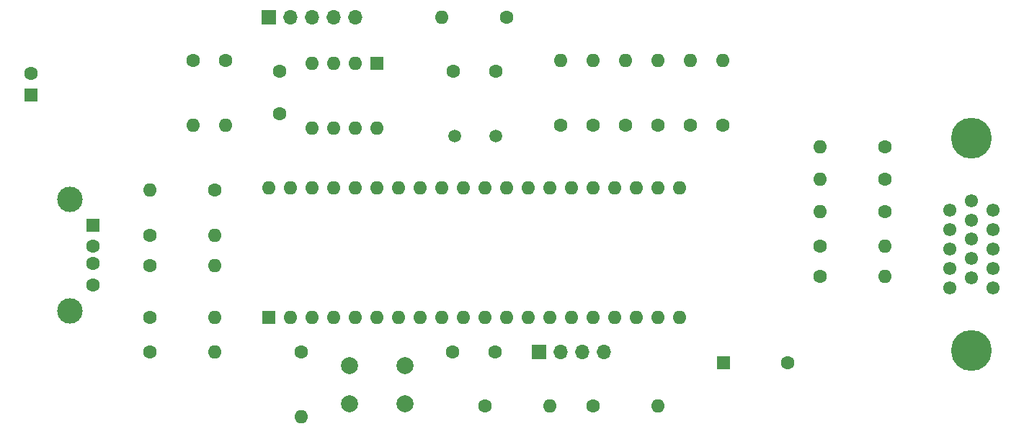
<source format=gbr>
%TF.GenerationSoftware,KiCad,Pcbnew,8.0.2*%
%TF.CreationDate,2025-02-08T14:09:10+01:00*%
%TF.ProjectId,propeller-vga,70726f70-656c-46c6-9572-2d7667612e6b,0*%
%TF.SameCoordinates,Original*%
%TF.FileFunction,Soldermask,Bot*%
%TF.FilePolarity,Negative*%
%FSLAX46Y46*%
G04 Gerber Fmt 4.6, Leading zero omitted, Abs format (unit mm)*
G04 Created by KiCad (PCBNEW 8.0.2) date 2025-02-08 14:09:10*
%MOMM*%
%LPD*%
G01*
G04 APERTURE LIST*
%ADD10C,1.600000*%
%ADD11O,1.600000X1.600000*%
%ADD12R,1.600000X1.600000*%
%ADD13C,1.500000*%
%ADD14R,1.700000X1.700000*%
%ADD15O,1.700000X1.700000*%
%ADD16C,3.000000*%
%ADD17C,2.000000*%
%ADD18C,1.550000*%
%ADD19C,4.800000*%
G04 APERTURE END LIST*
D10*
%TO.C,R10*%
X187960000Y-57150000D03*
D11*
X187960000Y-49530000D03*
%TD*%
D10*
%TO.C,C1*%
X165020000Y-83820000D03*
X160020000Y-83820000D03*
%TD*%
D12*
%TO.C,LS1*%
X191790000Y-85090000D03*
D10*
X199390000Y-85090000D03*
%TD*%
%TO.C,R1*%
X124460000Y-73660000D03*
D11*
X132080000Y-73660000D03*
%TD*%
D10*
%TO.C,R9*%
X191770000Y-57150000D03*
D11*
X191770000Y-49530000D03*
%TD*%
D13*
%TO.C,Y1*%
X165100000Y-58420000D03*
X160220000Y-58420000D03*
%TD*%
D10*
%TO.C,R22*%
X124460000Y-83820000D03*
D11*
X132080000Y-83820000D03*
%TD*%
D10*
%TO.C,R17*%
X210820000Y-59690000D03*
D11*
X203200000Y-59690000D03*
%TD*%
D10*
%TO.C,R12*%
X180340000Y-57150000D03*
D11*
X180340000Y-49530000D03*
%TD*%
D10*
%TO.C,R13*%
X176530000Y-57150000D03*
D11*
X176530000Y-49530000D03*
%TD*%
D10*
%TO.C,R21*%
X124460000Y-79770000D03*
D11*
X132080000Y-79770000D03*
%TD*%
D10*
%TO.C,R2*%
X124460000Y-70090000D03*
D11*
X132080000Y-70090000D03*
%TD*%
D10*
%TO.C,R5*%
X129540000Y-49530000D03*
D11*
X129540000Y-57150000D03*
%TD*%
D10*
%TO.C,C4*%
X139700000Y-55800000D03*
X139700000Y-50800000D03*
%TD*%
D14*
%TO.C,J3*%
X170180000Y-83820000D03*
D15*
X172720000Y-83820000D03*
X175260000Y-83820000D03*
X177800000Y-83820000D03*
%TD*%
D10*
%TO.C,R4*%
X166370000Y-44450000D03*
D11*
X158750000Y-44450000D03*
%TD*%
D10*
%TO.C,R11*%
X184150000Y-57150000D03*
D11*
X184150000Y-49530000D03*
%TD*%
D12*
%TO.C,U2*%
X151120000Y-49818000D03*
D11*
X148580000Y-49818000D03*
X146040000Y-49818000D03*
X143500000Y-49818000D03*
X143500000Y-57438000D03*
X146040000Y-57438000D03*
X148580000Y-57438000D03*
X151120000Y-57438000D03*
%TD*%
D10*
%TO.C,R6*%
X133350000Y-49530000D03*
D11*
X133350000Y-57150000D03*
%TD*%
D10*
%TO.C,R16*%
X210820000Y-63500000D03*
D11*
X203200000Y-63500000D03*
%TD*%
D10*
%TO.C,R19*%
X163830000Y-90170000D03*
D11*
X171450000Y-90170000D03*
%TD*%
D10*
%TO.C,R15*%
X210820000Y-67310000D03*
D11*
X203200000Y-67310000D03*
%TD*%
D10*
%TO.C,R18*%
X176530000Y-90170000D03*
D11*
X184150000Y-90170000D03*
%TD*%
D12*
%TO.C,C3*%
X110490000Y-53540000D03*
D10*
X110490000Y-51040000D03*
%TD*%
D12*
%TO.C,J1*%
X117750000Y-68890000D03*
D10*
X117750000Y-71390000D03*
X117750000Y-73390000D03*
X117750000Y-75890000D03*
D16*
X115040000Y-65820000D03*
X115040000Y-78960000D03*
%TD*%
D14*
%TO.C,J2*%
X138430000Y-44450000D03*
D15*
X140970000Y-44450000D03*
X143510000Y-44450000D03*
X146050000Y-44450000D03*
X148590000Y-44450000D03*
%TD*%
D17*
%TO.C,SW1*%
X154380000Y-89880000D03*
X147880000Y-89880000D03*
X154380000Y-85380000D03*
X147880000Y-85380000D03*
%TD*%
D10*
%TO.C,C2*%
X160060000Y-50800000D03*
X165060000Y-50800000D03*
%TD*%
D18*
%TO.C,J4*%
X218440000Y-67130000D03*
X218440000Y-69410000D03*
X218440000Y-71690000D03*
X218440000Y-73970000D03*
X218440000Y-76250000D03*
X220980000Y-65990000D03*
X220980000Y-68270000D03*
X220980000Y-70550000D03*
X220980000Y-72830000D03*
X220980000Y-75110000D03*
X223520000Y-67130000D03*
X223520000Y-69410000D03*
X223520000Y-71690000D03*
X223520000Y-73970000D03*
X223520000Y-76250000D03*
D19*
X220980000Y-83620000D03*
X220980000Y-58620000D03*
%TD*%
D12*
%TO.C,U1*%
X138435000Y-79756000D03*
D11*
X140975000Y-79756000D03*
X143515000Y-79756000D03*
X146055000Y-79756000D03*
X148595000Y-79756000D03*
X151135000Y-79756000D03*
X153675000Y-79756000D03*
X156215000Y-79756000D03*
X158755000Y-79756000D03*
X161295000Y-79756000D03*
X163835000Y-79756000D03*
X166375000Y-79756000D03*
X168915000Y-79756000D03*
X171455000Y-79756000D03*
X173995000Y-79756000D03*
X176535000Y-79756000D03*
X179075000Y-79756000D03*
X181615000Y-79756000D03*
X184155000Y-79756000D03*
X186695000Y-79756000D03*
X186695000Y-64516000D03*
X184155000Y-64516000D03*
X181615000Y-64516000D03*
X179075000Y-64516000D03*
X176535000Y-64516000D03*
X173995000Y-64516000D03*
X171455000Y-64516000D03*
X168915000Y-64516000D03*
X166375000Y-64516000D03*
X163835000Y-64516000D03*
X161295000Y-64516000D03*
X158755000Y-64516000D03*
X156215000Y-64516000D03*
X153675000Y-64516000D03*
X151135000Y-64516000D03*
X148595000Y-64516000D03*
X146055000Y-64516000D03*
X143515000Y-64516000D03*
X140975000Y-64516000D03*
X138435000Y-64516000D03*
%TD*%
D10*
%TO.C,R7*%
X203200000Y-74930000D03*
D11*
X210820000Y-74930000D03*
%TD*%
D10*
%TO.C,R20*%
X142240000Y-83820000D03*
D11*
X142240000Y-91440000D03*
%TD*%
D10*
%TO.C,R3*%
X132080000Y-64770000D03*
D11*
X124460000Y-64770000D03*
%TD*%
D10*
%TO.C,R14*%
X172720000Y-57150000D03*
D11*
X172720000Y-49530000D03*
%TD*%
D10*
%TO.C,R8*%
X203200000Y-71360000D03*
D11*
X210820000Y-71360000D03*
%TD*%
M02*

</source>
